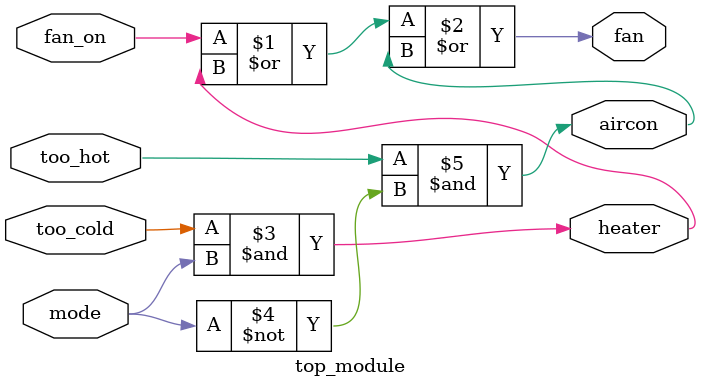
<source format=v>
module top_module (
    input too_cold,
    input too_hot,
    input mode,
    input fan_on,
    output heater,
    output aircon,
    output fan
); 
   
    assign fan = fan_on | heater | aircon;
    assign heater = too_cold & mode;
    assign aircon = too_hot & ~mode; 

endmodule
</source>
